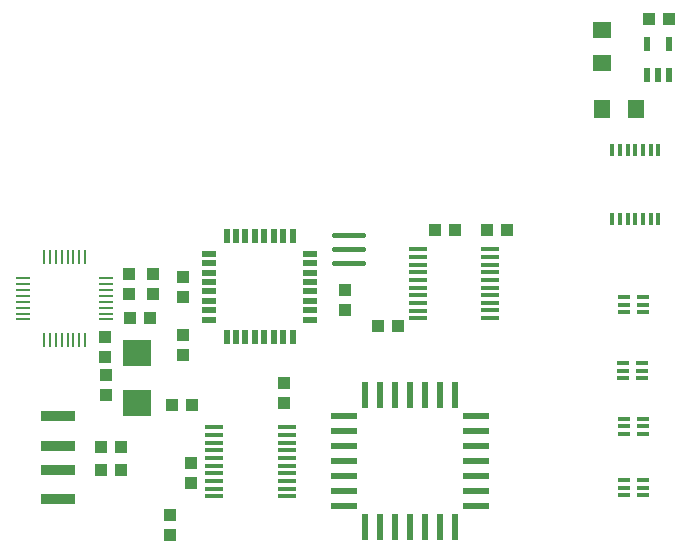
<source format=gtp>
G75*
%MOIN*%
%OFA0B0*%
%FSLAX25Y25*%
%IPPOS*%
%LPD*%
%AMOC8*
5,1,8,0,0,1.08239X$1,22.5*
%
%ADD10R,0.03937X0.04331*%
%ADD11R,0.04331X0.03937*%
%ADD12R,0.02165X0.04724*%
%ADD13R,0.04500X0.01000*%
%ADD14R,0.01000X0.04500*%
%ADD15R,0.05000X0.02200*%
%ADD16R,0.02200X0.05000*%
%ADD17R,0.05906X0.01378*%
%ADD18R,0.05512X0.06299*%
%ADD19R,0.06299X0.05512*%
%ADD20R,0.08661X0.02362*%
%ADD21R,0.02362X0.08661*%
%ADD22C,0.01772*%
%ADD23R,0.11811X0.03543*%
%ADD24R,0.09449X0.08661*%
%ADD25R,0.01200X0.03900*%
%ADD26R,0.03898X0.01181*%
D10*
X0071237Y0069207D03*
X0071237Y0075900D03*
X0071137Y0082007D03*
X0071137Y0088700D03*
X0079037Y0103007D03*
X0079037Y0109700D03*
X0087037Y0109700D03*
X0087037Y0103007D03*
X0097037Y0102007D03*
X0097037Y0108700D03*
X0097037Y0089200D03*
X0097037Y0082507D03*
X0130537Y0073200D03*
X0130537Y0066507D03*
X0099537Y0046700D03*
X0099537Y0040007D03*
X0092537Y0029200D03*
X0092537Y0022507D03*
X0150963Y0097645D03*
X0150963Y0104338D03*
D11*
X0161904Y0092365D03*
X0168596Y0092365D03*
X0180904Y0124365D03*
X0187596Y0124365D03*
X0198404Y0124365D03*
X0205096Y0124365D03*
X0252478Y0194641D03*
X0259171Y0194641D03*
X0099884Y0065853D03*
X0093191Y0065853D03*
X0076284Y0052053D03*
X0069591Y0052053D03*
X0069691Y0044353D03*
X0076384Y0044353D03*
X0079391Y0094953D03*
X0086084Y0094953D03*
D12*
X0251685Y0176022D03*
X0255425Y0176022D03*
X0259165Y0176022D03*
X0259165Y0186259D03*
X0251685Y0186259D03*
D13*
X0071317Y0108243D03*
X0071317Y0106275D03*
X0071317Y0104306D03*
X0071317Y0102338D03*
X0071317Y0100369D03*
X0071317Y0098401D03*
X0071317Y0096432D03*
X0071317Y0094464D03*
X0043758Y0094464D03*
X0043758Y0096432D03*
X0043758Y0098401D03*
X0043758Y0100369D03*
X0043758Y0102338D03*
X0043758Y0104306D03*
X0043758Y0106275D03*
X0043758Y0108243D03*
D14*
X0050648Y0115133D03*
X0052616Y0115133D03*
X0054585Y0115133D03*
X0056553Y0115133D03*
X0058522Y0115133D03*
X0060490Y0115133D03*
X0062459Y0115133D03*
X0064427Y0115133D03*
X0064427Y0087574D03*
X0062459Y0087574D03*
X0060490Y0087574D03*
X0058522Y0087574D03*
X0056553Y0087574D03*
X0054585Y0087574D03*
X0052616Y0087574D03*
X0050648Y0087574D03*
D15*
X0105637Y0094330D03*
X0105637Y0097479D03*
X0105637Y0100629D03*
X0105637Y0103779D03*
X0105637Y0106928D03*
X0105637Y0110078D03*
X0105637Y0113227D03*
X0105637Y0116377D03*
X0139437Y0116377D03*
X0139437Y0113227D03*
X0139437Y0110078D03*
X0139437Y0106928D03*
X0139437Y0103779D03*
X0139437Y0100629D03*
X0139437Y0097479D03*
X0139437Y0094330D03*
D16*
X0133561Y0088453D03*
X0130411Y0088453D03*
X0127262Y0088453D03*
X0124112Y0088453D03*
X0120963Y0088453D03*
X0117813Y0088453D03*
X0114663Y0088453D03*
X0111514Y0088453D03*
X0111514Y0122253D03*
X0114663Y0122253D03*
X0117813Y0122253D03*
X0120963Y0122253D03*
X0124112Y0122253D03*
X0127262Y0122253D03*
X0130411Y0122253D03*
X0133561Y0122253D03*
D17*
X0175183Y0117881D03*
X0175183Y0115322D03*
X0175183Y0112763D03*
X0175183Y0110204D03*
X0175183Y0107645D03*
X0175183Y0105086D03*
X0175183Y0102527D03*
X0175183Y0099968D03*
X0175183Y0097409D03*
X0175183Y0094850D03*
X0199317Y0094909D03*
X0199317Y0097468D03*
X0199317Y0100027D03*
X0199317Y0102586D03*
X0199317Y0105086D03*
X0199317Y0107645D03*
X0199317Y0110204D03*
X0199317Y0112763D03*
X0199317Y0115322D03*
X0199317Y0117881D03*
X0131604Y0058469D03*
X0131604Y0055910D03*
X0131604Y0053351D03*
X0131604Y0050792D03*
X0131604Y0048233D03*
X0131604Y0045674D03*
X0131604Y0043174D03*
X0131604Y0040615D03*
X0131604Y0038056D03*
X0131604Y0035497D03*
X0107470Y0035438D03*
X0107470Y0037997D03*
X0107470Y0040556D03*
X0107470Y0043115D03*
X0107470Y0045674D03*
X0107470Y0048233D03*
X0107470Y0050792D03*
X0107470Y0053351D03*
X0107470Y0055910D03*
X0107470Y0058469D03*
D18*
X0236829Y0164511D03*
X0247852Y0164511D03*
D19*
X0236750Y0180011D03*
X0236750Y0191035D03*
D20*
X0194797Y0062365D03*
X0194797Y0057365D03*
X0194797Y0052365D03*
X0194797Y0047365D03*
X0194797Y0042365D03*
X0194797Y0037365D03*
X0194797Y0032365D03*
X0150703Y0032365D03*
X0150703Y0037365D03*
X0150703Y0042365D03*
X0150703Y0047365D03*
X0150703Y0052365D03*
X0150703Y0057365D03*
X0150703Y0062365D03*
D21*
X0157750Y0069413D03*
X0162750Y0069413D03*
X0167750Y0069413D03*
X0172750Y0069413D03*
X0177750Y0069413D03*
X0182750Y0069413D03*
X0187750Y0069413D03*
X0187750Y0025318D03*
X0182750Y0025318D03*
X0177750Y0025318D03*
X0172750Y0025318D03*
X0167750Y0025318D03*
X0162750Y0025318D03*
X0157750Y0025318D03*
D22*
X0157114Y0113141D02*
X0147386Y0113141D01*
X0147386Y0117865D02*
X0157114Y0117865D01*
X0157114Y0122590D02*
X0147386Y0122590D01*
D23*
X0055333Y0034554D03*
X0055333Y0044428D03*
X0055333Y0052302D03*
X0055333Y0062176D03*
D24*
X0081750Y0066598D03*
X0081750Y0083133D03*
D25*
X0240073Y0127878D03*
X0242632Y0127878D03*
X0245191Y0127878D03*
X0247750Y0127878D03*
X0250309Y0127878D03*
X0252868Y0127878D03*
X0255427Y0127878D03*
X0255427Y0150853D03*
X0252868Y0150853D03*
X0250309Y0150853D03*
X0247750Y0150853D03*
X0245191Y0150853D03*
X0242632Y0150853D03*
X0240073Y0150853D03*
D26*
X0244100Y0101924D03*
X0244100Y0099365D03*
X0244100Y0096806D03*
X0250439Y0096806D03*
X0250439Y0099365D03*
X0250439Y0101924D03*
X0249939Y0079924D03*
X0249939Y0077365D03*
X0249939Y0074806D03*
X0243600Y0074806D03*
X0243600Y0077365D03*
X0243600Y0079924D03*
X0244100Y0061424D03*
X0244100Y0058865D03*
X0244100Y0056306D03*
X0250439Y0056306D03*
X0250439Y0058865D03*
X0250439Y0061424D03*
X0250439Y0040924D03*
X0250439Y0038365D03*
X0250439Y0035806D03*
X0244100Y0035806D03*
X0244100Y0038365D03*
X0244100Y0040924D03*
M02*

</source>
